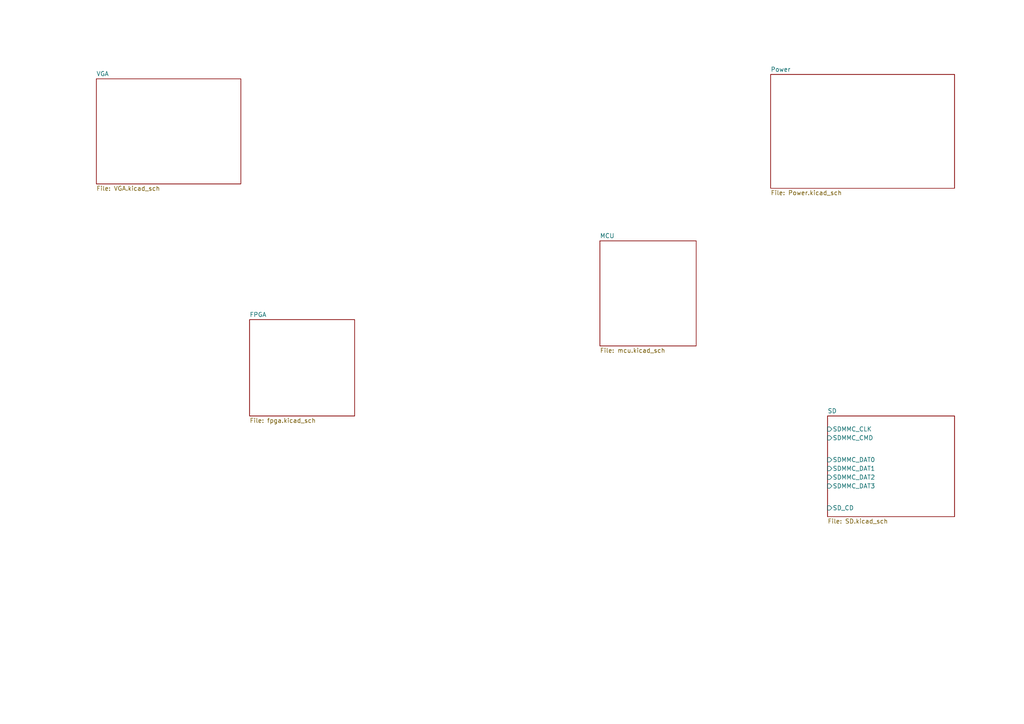
<source format=kicad_sch>
(kicad_sch
	(version 20250114)
	(generator "eeschema")
	(generator_version "9.0")
	(uuid "98f80f66-4595-4d0f-90ca-59b2db6f447b")
	(paper "A4")
	(lib_symbols)
	(sheet
		(at 173.99 69.85)
		(size 27.94 30.48)
		(exclude_from_sim no)
		(in_bom yes)
		(on_board yes)
		(dnp no)
		(fields_autoplaced yes)
		(stroke
			(width 0.1524)
			(type solid)
		)
		(fill
			(color 0 0 0 0.0000)
		)
		(uuid "1a3eaa4f-d49c-486a-8882-cdef72ae86f4")
		(property "Sheetname" "MCU"
			(at 173.99 69.1384 0)
			(effects
				(font
					(size 1.27 1.27)
				)
				(justify left bottom)
			)
		)
		(property "Sheetfile" "mcu.kicad_sch"
			(at 173.99 100.9146 0)
			(effects
				(font
					(size 1.27 1.27)
				)
				(justify left top)
			)
		)
		(instances
			(project "pcb_project"
				(path "/98f80f66-4595-4d0f-90ca-59b2db6f447b"
					(page "3")
				)
			)
		)
	)
	(sheet
		(at 72.39 92.71)
		(size 30.48 27.94)
		(exclude_from_sim no)
		(in_bom yes)
		(on_board yes)
		(dnp no)
		(fields_autoplaced yes)
		(stroke
			(width 0.1524)
			(type solid)
		)
		(fill
			(color 0 0 0 0.0000)
		)
		(uuid "8bdc4eb6-105b-4ccb-b86f-5b5221dfef47")
		(property "Sheetname" "FPGA"
			(at 72.39 91.9984 0)
			(effects
				(font
					(size 1.27 1.27)
				)
				(justify left bottom)
			)
		)
		(property "Sheetfile" "fpga.kicad_sch"
			(at 72.39 121.2346 0)
			(effects
				(font
					(size 1.27 1.27)
				)
				(justify left top)
			)
		)
		(instances
			(project "pcb_project"
				(path "/98f80f66-4595-4d0f-90ca-59b2db6f447b"
					(page "2")
				)
			)
		)
	)
	(sheet
		(at 27.94 22.86)
		(size 41.91 30.48)
		(exclude_from_sim no)
		(in_bom yes)
		(on_board yes)
		(dnp no)
		(fields_autoplaced yes)
		(stroke
			(width 0.1524)
			(type solid)
		)
		(fill
			(color 0 0 0 0.0000)
		)
		(uuid "bcd5db72-7a86-4b09-8b04-57c7659cbae7")
		(property "Sheetname" "VGA"
			(at 27.94 22.1484 0)
			(effects
				(font
					(size 1.27 1.27)
				)
				(justify left bottom)
			)
		)
		(property "Sheetfile" "VGA.kicad_sch"
			(at 27.94 53.9246 0)
			(effects
				(font
					(size 1.27 1.27)
				)
				(justify left top)
			)
		)
		(instances
			(project "pcb_project"
				(path "/98f80f66-4595-4d0f-90ca-59b2db6f447b"
					(page "4")
				)
			)
		)
	)
	(sheet
		(at 223.52 21.59)
		(size 53.34 33.02)
		(exclude_from_sim no)
		(in_bom yes)
		(on_board yes)
		(dnp no)
		(fields_autoplaced yes)
		(stroke
			(width 0.1524)
			(type solid)
		)
		(fill
			(color 0 0 0 0.0000)
		)
		(uuid "ce445763-774c-4caf-b911-9c6f9b75d87a")
		(property "Sheetname" "Power"
			(at 223.52 20.8784 0)
			(effects
				(font
					(size 1.27 1.27)
				)
				(justify left bottom)
			)
		)
		(property "Sheetfile" "Power.kicad_sch"
			(at 223.52 55.1946 0)
			(effects
				(font
					(size 1.27 1.27)
				)
				(justify left top)
			)
		)
		(instances
			(project "pcb_project"
				(path "/98f80f66-4595-4d0f-90ca-59b2db6f447b"
					(page "5")
				)
			)
		)
	)
	(sheet
		(at 240.03 120.65)
		(size 36.83 29.21)
		(exclude_from_sim no)
		(in_bom yes)
		(on_board yes)
		(dnp no)
		(fields_autoplaced yes)
		(stroke
			(width 0.1524)
			(type solid)
		)
		(fill
			(color 0 0 0 0.0000)
		)
		(uuid "dc6b7bff-d1d4-46df-9320-1308e1eae973")
		(property "Sheetname" "SD"
			(at 240.03 119.9384 0)
			(effects
				(font
					(size 1.27 1.27)
				)
				(justify left bottom)
			)
		)
		(property "Sheetfile" "SD.kicad_sch"
			(at 240.03 150.4446 0)
			(effects
				(font
					(size 1.27 1.27)
				)
				(justify left top)
			)
		)
		(pin "SDMMC_CLK" input
			(at 240.03 124.46 180)
			(uuid "2fc7aa9e-178a-4622-aa03-b3ddc06a5932")
			(effects
				(font
					(size 1.27 1.27)
				)
				(justify left)
			)
		)
		(pin "SDMMC_CMD" input
			(at 240.03 127 180)
			(uuid "ea90cb14-cabd-490d-9075-7b8d40daae7e")
			(effects
				(font
					(size 1.27 1.27)
				)
				(justify left)
			)
		)
		(pin "SDMMC_DAT0" input
			(at 240.03 133.35 180)
			(uuid "391447ad-24a6-4745-b410-160ede9be79f")
			(effects
				(font
					(size 1.27 1.27)
				)
				(justify left)
			)
		)
		(pin "SDMMC_DAT1" input
			(at 240.03 135.89 180)
			(uuid "4f5375d3-86b1-420c-af88-d5202870410f")
			(effects
				(font
					(size 1.27 1.27)
				)
				(justify left)
			)
		)
		(pin "SDMMC_DAT2" input
			(at 240.03 138.43 180)
			(uuid "1b2da93b-b9e4-4d0b-ae2a-f4c0d29f1b7d")
			(effects
				(font
					(size 1.27 1.27)
				)
				(justify left)
			)
		)
		(pin "SDMMC_DAT3" input
			(at 240.03 140.97 180)
			(uuid "eae99488-cdaa-4716-876a-f55557e5101b")
			(effects
				(font
					(size 1.27 1.27)
				)
				(justify left)
			)
		)
		(pin "SD_CD" input
			(at 240.03 147.32 180)
			(uuid "258f1569-ba9d-4e5e-ba04-a8a5272b3ff7")
			(effects
				(font
					(size 1.27 1.27)
				)
				(justify left)
			)
		)
		(instances
			(project "pcb_project"
				(path "/98f80f66-4595-4d0f-90ca-59b2db6f447b"
					(page "6")
				)
			)
		)
	)
	(sheet_instances
		(path "/"
			(page "1")
		)
	)
	(embedded_fonts no)
)

</source>
